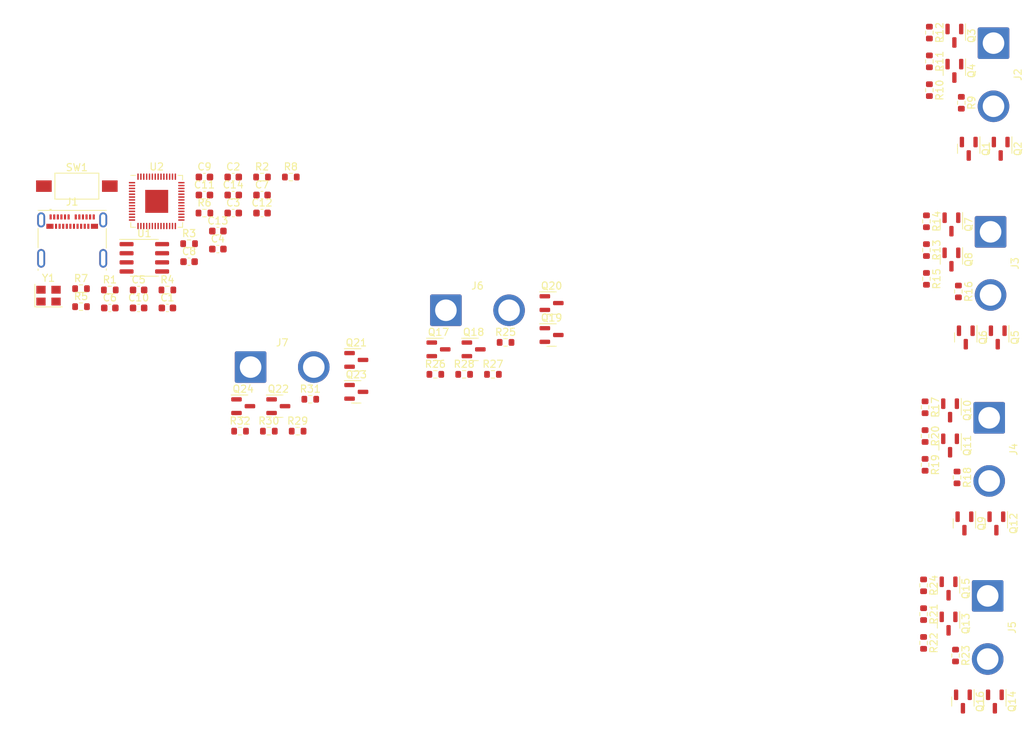
<source format=kicad_pcb>
(kicad_pcb (version 20211014) (generator pcbnew)
  (layers (0 "F.Cu" signal) (31 "B.Cu" signal) (34 "B.Paste" user) (35 "F.Paste" user) (36 "B.SilkS" user "B.Silkscreen") (37 "F.SilkS" user "F.Silkscreen") (38 "B.Mask" user) (39 "F.Mask" user) (44 "Edge.Cuts" user))
  (net 0 "")
  (net 1 "+3V3")
  (net 2 "GND")
  (net 3 "/RP2040/XIN")
  (net 4 "Net-(C4-Pad2)")
  (net 5 "+1V1")
  (net 6 "+5V")
  (net 7 "Net-(J1-PadA5)")
  (net 8 "/RP2040/USB_P")
  (net 9 "/RP2040/USB_N")
  (net 11 "Net-(J1-PadB5)")
  (net 13 "Net-(J2-Pad1)")
  (net 14 "Net-(J2-Pad2)")
  (net 15 "Net-(J3-Pad1)")
  (net 16 "Net-(J3-Pad2)")
  (net 17 "Net-(J4-Pad1)")
  (net 18 "Net-(J4-Pad2)")
  (net 19 "Net-(J5-Pad1)")
  (net 20 "Net-(J5-Pad2)")
  (net 21 "Net-(J6-Pad1)")
  (net 22 "Net-(J6-Pad2)")
  (net 23 "Net-(J7-Pad1)")
  (net 24 "Net-(J7-Pad2)")
  (net 25 "Net-(Q1-Pad1)")
  (net 26 "+12V")
  (net 27 "Net-(Q2-Pad1)")
  (net 28 "Net-(Q3-Pad1)")
  (net 29 "Net-(Q4-Pad1)")
  (net 30 "Net-(Q5-Pad1)")
  (net 31 "Net-(Q6-Pad1)")
  (net 32 "Net-(Q7-Pad1)")
  (net 33 "Net-(Q8-Pad1)")
  (net 34 "Net-(Q9-Pad1)")
  (net 35 "Net-(Q10-Pad1)")
  (net 36 "Net-(Q11-Pad1)")
  (net 37 "Net-(Q12-Pad1)")
  (net 38 "Net-(Q13-Pad1)")
  (net 39 "Net-(Q14-Pad1)")
  (net 40 "Net-(Q15-Pad1)")
  (net 41 "Net-(Q16-Pad1)")
  (net 42 "Net-(Q17-Pad1)")
  (net 43 "Net-(Q18-Pad1)")
  (net 44 "Net-(Q19-Pad1)")
  (net 45 "Net-(Q20-Pad1)")
  (net 46 "Net-(Q21-Pad1)")
  (net 47 "Net-(Q22-Pad1)")
  (net 48 "Net-(Q23-Pad1)")
  (net 49 "Net-(Q24-Pad1)")
  (net 50 "/RP2040/BOOTSEL")
  (net 51 "/RP2040/QSPI_CS_N")
  (net 52 "/RP2040/XOUT")
  (net 53 "Net-(R4-Pad1)")
  (net 54 "Net-(R5-Pad1)")
  (net 55 "Net-(R6-Pad2)")
  (net 56 "/Driver 0/GATE_H0")
  (net 57 "/Driver 0/GATE_L0")
  (net 58 "/Driver 0/GATE_H1")
  (net 59 "/Driver 0/GATE_L1")
  (net 60 "/Driver 1/GATE_H0")
  (net 61 "/Driver 1/GATE_L0")
  (net 62 "/Driver 1/GATE_H1")
  (net 63 "/Driver 2/GATE_H0")
  (net 64 "/Driver 2/GATE_L0")
  (net 65 "/Driver 2/GATE_H1")
  (net 66 "/Driver 3/GATE_H0")
  (net 67 "/Driver 3/GATE_L0")
  (net 68 "/Driver 3/GATE_H1")
  (net 69 "/Driver 3/GATE_L1")
  (net 70 "/Driver 4/GATE_H0")
  (net 71 "/Driver 4/GATE_L0")
  (net 72 "/Driver 4/GATE_H1")
  (net 73 "/Driver 4/GATE_L1")
  (net 74 "/Driver 5/GATE_H0")
  (net 75 "/Driver 5/GATE_L0")
  (net 76 "/Driver 5/GATE_H1")
  (net 77 "/Driver 5/GATE_L1")
  (net 78 "/RP2040/QSPI_IO1")
  (net 79 "/RP2040/QSPI_IO2")
  (net 80 "/RP2040/QSPI_IO0")
  (net 81 "/RP2040/QSPI_CLK")
  (net 82 "/RP2040/QSPI_IO3")
  (net 83 "I2C_SDA")
  (net 84 "I2C_SCL")
  (footprint "Resistor_SMD:R_0603_1608Metric" (layer "F.Cu") (at 111.23 98.75)
    (fp_text reference "R31" (at 0 -1.43) (layer "F.SilkS"))
    (fp_text value "10")
    (pad "1" smd roundrect (at -0.825 0) (size 0.8 0.95) (layers "F.Cu" "F.Paste" "F.Mask") (net 76 "/Driver 5/GATE_H1"))
    (pad "2" smd roundrect (at 0.825 0) (size 0.8 0.95) (layers "F.Cu" "F.Paste" "F.Mask") (net 48 "Net-(Q23-Pad1)"))
  )
  (footprint "Resistor_SMD:R_0603_1608Metric" (layer "F.Cu") (at 79.3 83.34)
    (fp_text reference "R7" (at 0 -1.43) (layer "F.SilkS"))
    (fp_text value "5.1K")
    (pad "1" smd roundrect (at -0.825 0) (size 0.8 0.95) (layers "F.Cu" "F.Paste" "F.Mask") (net 11 "Net-(J1-PadB5)"))
    (pad "2" smd roundrect (at 0.825 0) (size 0.8 0.95) (layers "F.Cu" "F.Paste" "F.Mask") (net 2 "GND"))
  )
  (footprint "Package_TO_SOT_SMD:SOT-23" (layer "F.Cu") (at 200.94 48.09 -90)
    (fp_text reference "Q3" (at 0 -2.4 90) (layer "F.SilkS"))
    (fp_text value "Q_NMOS_GDS")
    (pad "1" smd roundrect (at -0.9375 -0.95 270) (size 1.475 0.6) (layers "F.Cu" "F.Paste" "F.Mask") (net 28 "Net-(Q3-Pad1)"))
    (pad "2" smd roundrect (at -0.9375 0.95 270) (size 1.475 0.6) (layers "F.Cu" "F.Paste" "F.Mask") (net 26 "+12V"))
    (pad "3" smd roundrect (at 0.9375 0 270) (size 1.475 0.6) (layers "F.Cu" "F.Paste" "F.Mask") (net 14 "Net-(J2-Pad2)"))
  )
  (footprint "Package_TO_SOT_SMD:SOT-23" (layer "F.Cu") (at 200.94 52.98 -90)
    (fp_text reference "Q4" (at 0 -2.4 90) (layer "F.SilkS"))
    (fp_text value "Q_NMOS_GDS")
    (pad "1" smd roundrect (at -0.9375 -0.95 270) (size 1.475 0.6) (layers "F.Cu" "F.Paste" "F.Mask") (net 29 "Net-(Q4-Pad1)"))
    (pad "2" smd roundrect (at -0.9375 0.95 270) (size 1.475 0.6) (layers "F.Cu" "F.Paste" "F.Mask") (net 14 "Net-(J2-Pad2)"))
    (pad "3" smd roundrect (at 0.9375 0 270) (size 1.475 0.6) (layers "F.Cu" "F.Paste" "F.Mask") (net 2 "GND"))
  )
  (footprint "Capacitor_SMD:C_0603_1608Metric" (layer "F.Cu") (at 98.36 77.82)
    (fp_text reference "C4" (at 0 -1.43) (layer "F.SilkS"))
    (fp_text value "15pF")
    (pad "1" smd roundrect (at -0.775 0) (size 0.9 0.95) (layers "F.Cu" "F.Paste" "F.Mask") (net 2 "GND"))
    (pad "2" smd roundrect (at 0.775 0) (size 0.9 0.95) (layers "F.Cu" "F.Paste" "F.Mask") (net 4 "Net-(C4-Pad2)"))
  )
  (footprint "Oscillator:Oscillator_SMD_Abracon_ASE-4Pin_3.2x2.5mm" (layer "F.Cu") (at 74.77 84.31)
    (fp_text reference "Y1" (at 0 -2.45) (layer "F.SilkS"))
    (fp_text value "ABM8-272-T3")
    (pad "1" smd rect (at -1.05 0.825) (size 1.3 1.1) (layers "F.Cu" "F.Paste" "F.Mask") (net 3 "/RP2040/XIN"))
    (pad "2" smd rect (at 1.05 0.825) (size 1.3 1.1) (layers "F.Cu" "F.Paste" "F.Mask") (net 2 "GND"))
    (pad "3" smd rect (at 1.05 -0.825) (size 1.3 1.1) (layers "F.Cu" "F.Paste" "F.Mask") (net 4 "Net-(C4-Pad2)"))
    (pad "4" smd rect (at -1.05 -0.825) (size 1.3 1.1) (layers "F.Cu" "F.Paste" "F.Mask") (net 2 "GND"))
  )
  (footprint "Package_TO_SOT_SMD:SOT-23" (layer "F.Cu") (at 117.64 93.27)
    (fp_text reference "Q21" (at 0 -2.4) (layer "F.SilkS"))
    (fp_text value "Q_NMOS_GDS")
    (pad "1" smd roundrect (at -0.9375 -0.95) (size 1.475 0.6) (layers "F.Cu" "F.Paste" "F.Mask") (net 46 "Net-(Q21-Pad1)"))
    (pad "2" smd roundrect (at -0.9375 0.95) (size 1.475 0.6) (layers "F.Cu" "F.Paste" "F.Mask") (net 26 "+12V"))
    (pad "3" smd roundrect (at 0.9375 0) (size 1.475 0.6) (layers "F.Cu" "F.Paste" "F.Mask") (net 23 "Net-(J7-Pad1)"))
  )
  (footprint "Resistor_SMD:R_0603_1608Metric" (layer "F.Cu") (at 201.5 83.73 -90)
    (fp_text reference "R16" (at 0 -1.43 90) (layer "F.SilkS"))
    (fp_text value "10")
    (pad "1" smd roundrect (at -0.825 0 270) (size 0.8 0.95) (layers "F.Cu" "F.Paste" "F.Mask") (net 61 "/Driver 1/GATE_L0"))
    (pad "2" smd roundrect (at 0.825 0 270) (size 0.8 0.95) (layers "F.Cu" "F.Paste" "F.Mask") (net 33 "Net-(Q8-Pad1)"))
  )
  (footprint "Package_TO_SOT_SMD:SOT-23" (layer "F.Cu") (at 200.34 105.2 -90)
    (fp_text reference "Q11" (at 0 -2.4 90) (layer "F.SilkS"))
    (fp_text value "Q_NMOS_GDS")
    (pad "1" smd roundrect (at -0.9375 -0.95 270) (size 1.475 0.6) (layers "F.Cu" "F.Paste" "F.Mask") (net 36 "Net-(Q11-Pad1)"))
    (pad "2" smd roundrect (at -0.9375 0.95 270) (size 1.475 0.6) (layers "F.Cu" "F.Paste" "F.Mask") (net 26 "+12V"))
    (pad "3" smd roundrect (at 0.9375 0 270) (size 1.475 0.6) (layers "F.Cu" "F.Paste" "F.Mask") (net 18 "Net-(J4-Pad2)"))
  )
  (footprint "Resistor_SMD:R_0603_1608Metric" (layer "F.Cu") (at 197.05 81.97 -90)
    (fp_text reference "R15" (at 0 -1.43 90) (layer "F.SilkS"))
    (fp_text value "10")
    (pad "1" smd roundrect (at -0.825 0 270) (size 0.8 0.95) (layers "F.Cu" "F.Paste" "F.Mask") (net 62 "/Driver 1/GATE_H1"))
    (pad "2" smd roundrect (at 0.825 0 270) (size 0.8 0.95) (layers "F.Cu" "F.Paste" "F.Mask") (net 32 "Net-(Q7-Pad1)"))
  )
  (footprint "Capacitor_SMD:C_0603_1608Metric" (layer "F.Cu") (at 94.35 79.58)
    (fp_text reference "C8" (at 0 -1.43) (layer "F.SilkS"))
    (fp_text value "0.1uF")
    (pad "1" smd roundrect (at -0.775 0) (size 0.9 0.95) (layers "F.Cu" "F.Paste" "F.Mask") (net 1 "+3V3"))
    (pad "2" smd roundrect (at 0.775 0) (size 0.9 0.95) (layers "F.Cu" "F.Paste" "F.Mask") (net 2 "GND"))
  )
  (footprint "Resistor_SMD:R_0603_1608Metric" (layer "F.Cu") (at 109.47 103.2)
    (fp_text reference "R29" (at 0 -1.43) (layer "F.SilkS"))
    (fp_text value "10")
    (pad "1" smd roundrect (at -0.825 0) (size 0.8 0.95) (layers "F.Cu" "F.Paste" "F.Mask") (net 74 "/Driver 5/GATE_H0"))
    (pad "2" smd roundrect (at 0.825 0) (size 0.8 0.95) (layers "F.Cu" "F.Paste" "F.Mask") (net 46 "Net-(Q21-Pad1)"))
  )
  (footprint "Package_TO_SOT_SMD:SOT-23" (layer "F.Cu") (at 200.34 100.31 -90)
    (fp_text reference "Q10" (at 0 -2.4 90) (layer "F.SilkS"))
    (fp_text value "Q_NMOS_GDS")
    (pad "1" smd roundrect (at -0.9375 -0.95 270) (size 1.475 0.6) (layers "F.Cu" "F.Paste" "F.Mask") (net 35 "Net-(Q10-Pad1)"))
    (pad "2" smd roundrect (at -0.9375 0.95 270) (size 1.475 0.6) (layers "F.Cu" "F.Paste" "F.Mask") (net 17 "Net-(J4-Pad1)"))
    (pad "3" smd roundrect (at 0.9375 0 270) (size 1.475 0.6) (layers "F.Cu" "F.Paste" "F.Mask") (net 2 "GND"))
  )
  (footprint "Package_TO_SOT_SMD:SOT-23" (layer "F.Cu") (at 200.13 130.02 -90)
    (fp_text reference "Q13" (at 0 -2.4 90) (layer "F.SilkS"))
    (fp_text value "Q_NMOS_GDS")
    (pad "1" smd roundrect (at -0.9375 -0.95 270) (size 1.475 0.6) (layers "F.Cu" "F.Paste" "F.Mask") (net 38 "Net-(Q13-Pad1)"))
    (pad "2" smd roundrect (at -0.9375 0.95 270) (size 1.475 0.6) (layers "F.Cu" "F.Paste" "F.Mask") (net 26 "+12V"))
    (pad "3" smd roundrect (at 0.9375 0 270) (size 1.475 0.6) (layers "F.Cu" "F.Paste" "F.Mask") (net 19 "Net-(J5-Pad1)"))
  )
  (footprint "Resistor_SMD:R_0603_1608Metric" (layer "F.Cu") (at 201.91 57.43 -90)
    (fp_text reference "R9" (at 0 -1.43 90) (layer "F.SilkS"))
    (fp_text value "10")
    (pad "1" smd roundrect (at -0.825 0 270) (size 0.8 0.95) (layers "F.Cu" "F.Paste" "F.Mask") (net 56 "/Driver 0/GATE_H0"))
    (pad "2" smd roundrect (at 0.825 0 270) (size 0.8 0.95) (layers "F.Cu" "F.Paste" "F.Mask") (net 25 "Net-(Q1-Pad1)"))
  )
  (footprint "Resistor_SMD:R_0603_1608Metric" (layer "F.Cu") (at 197.05 77.96 -90)
    (fp_text reference "R13" (at 0 -1.43 90) (layer "F.SilkS"))
    (fp_text value "10")
    (pad "1" smd roundrect (at -0.825 0 270) (size 0.8 0.95) (layers "F.Cu" "F.Paste" "F.Mask") (net 60 "/Driver 1/GATE_H0"))
    (pad "2" smd roundrect (at 0.825 0 270) (size 0.8 0.95) (layers "F.Cu" "F.Paste" "F.Mask") (net 30 "Net-(Q5-Pad1)"))
  )
  (footprint "Package_DFN_QFN:QFN-56-1EP_7x7mm_P0.4mm_EP3.2x3.2mm" (layer "F.Cu") (at 89.84 71.17)
    (fp_text reference "U2" (at 0 -4.82) (layer "F.SilkS"))
    (fp_text value "RP2040")
    (pad "1" smd roundrect locked (at -3.4375 -2.6) (size 0.875 0.2) (layers "F.Cu" "F.Paste" "F.Mask") (net 1 "+3V3"))
    (pad "2" smd roundrect locked (at -3.4375 -2.2) (size 0.875 0.2) (layers "F.Cu" "F.Paste" "F.Mask") (net 83 "I2C_SDA"))
    (pad "3" smd roundrect locked (at -3.4375 -1.8) (size 0.875 0.2) (layers "F.Cu" "F.Paste" "F.Mask") (net 84 "I2C_SCL"))
    (pad "4" smd roundrect locked (at -3.4375 -1.4) (size 0.875 0.2) (layers "F.Cu" "F.Paste" "F.Mask"))
    (pad "5" smd roundrect locked (at -3.4375 -1) (size 0.875 0.2) (layers "F.Cu" "F.Paste" "F.Mask"))
    (pad "6" smd roundrect locked (at -3.4375 -0.6) (size 0.875 0.2) (layers "F.Cu" "F.Paste" "F.Mask"))
    (pad "7" smd roundrect locked (at -3.4375 -0.2) (size 0.875 0.2) (layers "F.Cu" "F.Paste" "F.Mask"))
    (pad "8" smd roundrect locked (at -3.4375 0.2) (size 0.875 0.2) (layers "F.Cu" "F.Paste" "F.Mask"))
    (pad "9" smd roundrect locked (at -3.4375 0.6) (size 0.875 0.2) (layers "F.Cu" "F.Paste" "F.Mask"))
    (pad "10" smd roundrect locked (at -3.4375 1) (size 0.875 0.2) (layers "F.Cu" "F.Paste" "F.Mask") (net 1 "+3V3"))
    (pad "11" smd roundrect locked (at -3.4375 1.4) (size 0.875 0.2) (layers "F.Cu" "F.Paste" "F.Mask"))
    (pad "12" smd roundrect locked (at -3.4375 1.8) (size 0.875 0.2) (layers "F.Cu" "F.Paste" "F.Mask"))
    (pad "13" smd roundrect locked (at -3.4375 2.2) (size 0.875 0.2) (layers "F.Cu" "F.Paste" "F.Mask"))
    (pad "14" smd roundrect locked (at -3.4375 2.6) (size 0.875 0.2) (layers "F.Cu" "F.Paste" "F.Mask"))
    (pad "15" smd roundrect locked (at -2.6 3.4375) (size 0.2 0.875) (layers "F.Cu" "F.Paste" "F.Mask"))
    (pad "16" smd roundrect locked (at -2.2 3.4375) (size 0.2 0.875) (layers "F.Cu" "F.Paste" "F.Mask"))
    (pad "17" smd roundrect locked (at -1.8 3.4375) (size 0.2 0.875) (layers "F.Cu" "F.Paste" "F.Mask"))
    (pad "18" smd roundrect locked (at -1.4 3.4375) (size 0.2 0.875) (layers "F.Cu" "F.Paste" "F.Mask"))
    (pad "19" smd roundrect locked (at -1 3.4375) (size 0.2 0.875) (layers "F.Cu" "F.Paste" "F.Mask") (net 2 "GND"))
    (pad "20" smd roundrect locked (at -0.6 3.4375) (size 0.2 0.875) (layers "F.Cu" "F.Paste" "F.Mask") (net 3 "/RP2040/XIN"))
    (pad "21" smd roundrect locked (at -0.2 3.4375) (size 0.2 0.875) (layers "F.Cu" "F.Paste" "F.Mask") (net 52 "/RP2040/XOUT"))
    (pad "22" smd roundrect locked (at 0.2 3.4375) (size 0.2 0.875) (layers "F.Cu" "F.Paste" "F.Mask") (net 1 "+3V3"))
    (pad "23" smd roundrect locked (at 0.6 3.4375) (size 0.2 0.875) (layers "F.Cu" "F.Paste" "F.Mask") (net 5 "+1V1"))
    (pad "24" smd roundrect locked (at 1 3.4375) (size 0.2 0.875) (layers "F.Cu" "F.Paste" "F.Mask"))
    (pad "25" smd roundrect locked (at 1.4 3.4375) (size 0.2 0.875) (layers "F.Cu" "F.Paste" "F.Mask"))
    (pad "26" smd roundrect locked (at 1.8 3.4375) (size 0.2 0.875) (layers "F.Cu" "F.Paste" "F.Mask") (net 53 "Net-(R4-Pad1)"))
    (pad "27" smd roundrect locked (at 2.2 3.4375) (size 0.2 0.875) (layers "F.Cu" "F.Paste" "F.Mask"))
    (pad "28" smd roundrect locked (at 2.6 3.4375) (size 0.2 0.875) (layers "F.Cu" "F.Paste" "F.Mask"))
    (pad "29" smd roundrect locked (at 3.4375 2.6) (size 0.875 0.2) (layers "F.Cu" "F.Paste" "F.Mask"))
    (pad "30" smd roundrect locked (at 3.4375 2.2) (size 0.875 0.2) (layers "F.Cu" "F.Paste" "F.Mask"))
    (pad "31" smd roundrect locked (at 3.4375 1.8) (size 0.875 0.2) (layers "F.Cu" "F.Paste" "F.Mask"))
    (pad "32" smd roundrect locked (at 3.4375 1.4) (size 0.875 0.2) (layers "F.Cu" "F.Paste" "F.Mask"))
    (pad "33" smd roundrect locked (at 3.4375 1) (size 0.875 0.2) (layers "F.Cu" "F.Paste" "F.Mask") (net 1 "+3V3"))
    (pad "34" smd roundrect locked (at 3.4375 0.6) (size 0.875 0.2) (layers "F.Cu" "F.Paste" "F.Mask"))
    (pad "35" smd roundrect locked (at 3.4375 0.2) (size 0.875 0.2) (layers "F.Cu" "F.Paste" "F.Mask"))
    (pad "36" smd roundrect locked (at 3.4375 -0.2) (size 0.875 0.2) (layers "F.Cu" "F.Paste" "F.Mask"))
    (pad "37" smd roundrect locked (at 3.4375 -0.6) (size 0.875 0.2) (layers "F.Cu" "F.Paste" "F.Mask"))
    (pad "38" smd roundrect locked (at 3.4375 -1) (size 0.875 0.2) (layers "F.Cu" "F.Paste" "F.Mask"))
    (pad "39" smd roundrect locked (at 3.4375 -1.4) (size 0.875 0.2) (layers "F.Cu" "F.Paste" "F.Mask"))
    (pad "40" smd roundrect locked (at 3.4375 -1.8) (size 0.875 0.2) (layers "F.Cu" "F.Paste" "F.Mask"))
    (pad "41" smd roundrect locked (at 3.4375 -2.2) (size 0.875 0.2) (layers "F.Cu" "F.Paste" "F.Mask"))
    (pad "42" smd roundrect locked (at 3.4375 -2.6) (size 0.875 0.2) (layers "F.Cu" "F.Paste" "F.Mask") (net 1 "+3V3"))
    (pad "43" smd roundrect locked (at 2.6 -3.4375) (size 0.2 0.875) (layers "F.Cu" "F.Paste" "F.Mask") (net 1 "+3V3"))
    (pad "44" smd roundrect locked (at 2.2 -3.4375) (size 0.2 0.875) (layers "F.Cu" "F.Paste" "F.Mask") (net 1 "+3V3"))
    (pad "45" smd roundrect locked (at 1.8 -3.4375) (size 0.2 0.875) (layers "F.Cu" "F.Paste" "F.Mask") (net 5 "+1V1"))
    (pad "46" smd roundrect locked (at 1.4 -3.4375) (size 0.2 0.875) (layers "F.Cu" "F.Paste" "F.Mask") (net 55 "Net-(R6-Pad2)"))
    (pad "47" smd roundrect locked (at 1 -3.4375) (size 0.2 0.875) (layers "F.Cu" "F.Paste" "F.Mask") (net 54 "Net-(R5-Pad1)"))
    (pad "48" smd roundrect locked (at 0.6 -3.4375) (size 0.2 0.875) (layers "F.Cu" "F.Paste" "F.Mask") (net 1 "+3V3"))
    (pad "49" smd roundrect locked (at 0.2 -3.4375) (size 0.2 0.875) (layers "F.Cu" "F.Paste" "F.Mask") (net 1 "+3V3"))
    (pad "50" smd roundrect locked (at -0.2 -3.4375) (size 0.2 0.875) (layers "F.Cu" "F.Paste" "F.Mask") (net 5 "+1V1"))
    (pad "51" smd roundrect locked (at -0.6 -3.4375) (size 0.2 0.875) (layers "F.Cu" "F.Paste" "F.Mask") (net 82 "/RP2040/QSPI_IO3"))
    (pad "52" smd roundrect locked (at -1 -3.4375) (size 0.2 0.875) (layers "F.Cu" "F.Paste" "F.Mask") (net 81 "/RP2040/QSPI_CLK"))
    (pad "53" smd roundrect locked (at -1.4 -3.4375) (size 0.2 0.875) (layers "F.Cu" "F.Paste" "F.Mask") (net 80 "/RP2040/QSPI_IO0"))
    (pad "54" smd roundrect locked (at -1.8 -3.4375) (size 0.2 0.875) (layers "F.Cu" "F.Paste" "F.Mask") (net 79 "/RP2040/QSPI_IO2"))
    (pad "55" smd roundrect locked (at -2.2 -3.4375) (size 0.2 0.875) (layers "F.Cu" "F.Paste" "F.Mask") (net 78 "/RP2040/QSPI_IO1"))
    (pad "56" smd roundrect locked (at -2.6 -3.4375) (size 0.2 0.875) (layers "F.Cu" "F.Paste" "F.Mask") (net 51 "/RP2040/QSPI_CS_N"))
    (pad "57" smd rect locked (at 0 0) (size 3.2 3.2) (layers "F.Cu" "F.Mask") (net 2 "GND"))
  )
  (footprint "Resistor_SMD:R_0603_1608Metric" (layer "F.Cu") (at 96.49 72.8)
    (fp_text reference "R6" (at 0 -1.43) (layer "F.SilkS"))
    (fp_text value "27")
    (pad "1" smd roundrect (at -0.825 0) (size 0.8 0.95) (layers "F.Cu" "F.Paste" "F.Mask") (net 9 "/RP2040/USB_N"))
    (pad "2" smd roundrect (at 0.825 0) (size 0.8 0.95) (layers "F.Cu" "F.Paste" "F.Mask") (net 55 "Net-(R6-Pad2)"))
  )
  (footprint "Connector_Wire:SolderWire-2.5sqmm_1x02_P8.8mm_D2.4mm_OD4.4mm" (layer "F.Cu") (at 205.58 126.16 -90)
    (fp_text reference "J5" (at 4.4 -3.4 90) (layer "F.SilkS"))
    (fp_text value "Screw_Terminal_01x02")
    (pad "1" thru_hole roundrect (at 0 0 270) (size 4.4 4.4) (drill 3) (layers *.Cu *.Mask) (roundrect_rratio 0.056818) (net 19 "Net-(J5-Pad1)"))
    (pad "2" thru_hole circle (at 8.8 0 270) (size 4.4 4.4) (drill 3) (layers *.Cu *.Mask) (net 20 "Net-(J5-Pad2)"))
  )
  (footprint "Resistor_SMD:R_0603_1608Metric" (layer "F.Cu") (at 197.46 55.67 -90)
    (fp_text reference "R10" (at 0 -1.43 90) (layer "F.SilkS"))
    (fp_text value "10")
    (pad "1" smd roundrect (at -0.825 0 270) (size 0.8 0.95) (layers "F.Cu" "F.Paste" "F.Mask") (net 57 "/Driver 0/GATE_L0"))
    (pad "2" smd roundrect (at 0.825 0 270) (size 0.8 0.95) (layers "F.Cu" "F.Paste" "F.Mask") (net 27 "Net-(Q2-Pad1)"))
  )
  (footprint "Capacitor_SMD:C_0603_1608Metric" (layer "F.Cu") (at 91.33 86.03)
    (fp_text reference "C1" (at 0 -1.43) (layer "F.SilkS"))
    (fp_text value "0.1uF")
    (pad "1" smd roundrect (at -0.775 0) (size 0.9 0.95) (layers "F.Cu" "F.Paste" "F.Mask") (net 1 "+3V3"))
    (pad "2" smd roundrect (at 0.775 0) (size 0.9 0.95) (layers "F.Cu" "F.Paste" "F.Mask") (net 2 "GND"))
  )
  (footprint "Resistor_SMD:R_0603_1608Metric" (layer "F.Cu") (at 108.52 67.78)
    (fp_text reference "R8" (at 0 -1.43) (layer "F.SilkS"))
    (fp_text value "5.1K")
    (pad "1" smd roundrect (at -0.825 0) (size 0.8 0.95) (layers "F.Cu" "F.Paste" "F.Mask") (net 7 "Net-(J1-PadA5)"))
    (pad "2" smd roundrect (at 0.825 0) (size 0.8 0.95) (layers "F.Cu" "F.Paste" "F.Mask") (net 2 "GND"))
  )
  (footprint "Capacitor_SMD:C_0603_1608Metric" (layer "F.Cu") (at 87.32 83.52)
    (fp_text reference "C5" (at 0 -1.43) (layer "F.SilkS"))
    (fp_text value "0.1uF")
    (pad "1" smd roundrect (at -0.775 0) (size 0.9 0.95) (layers "F.Cu" "F.Paste" "F.Mask") (net 1 "+3V3"))
    (pad "2" smd roundrect (at 0.775 0) (size 0.9 0.95) (layers "F.Cu" "F.Paste" "F.Mask") (net 2 "GND"))
  )
  (footprint "Resistor_SMD:R_0603_1608Metric" (layer "F.Cu") (at 196.86 107.89 -90)
    (fp_text reference "R19" (at 0 -1.43 90) (layer "F.SilkS"))
    (fp_text value "10")
    (pad "1" smd roundrect (at -0.825 0 270) (size 0.8 0.95) (layers "F.Cu" "F.Paste" "F.Mask") (net 65 "/Driver 2/GATE_H1"))
    (pad "2" smd roundrect (at 0.825 0 270) (size 0.8 0.95) (layers "F.Cu" "F.Paste" "F.Mask") (net 36 "Net-(Q11-Pad1)"))
  )
  (footprint "Resistor_SMD:R_0603_1608Metric" (layer "F.Cu") (at 101.45 103.2)
    (fp_text reference "R32" (at 0 -1.43) (layer "F.SilkS"))
    (fp_text value "10")
    (pad "1" smd roundrect (at -0.825 0) (size 0.8 0.95) (layers "F.Cu" "F.Paste" "F.Mask") (net 77 "/Driver 5/GATE_L1"))
    (pad "2" smd roundrect (at 0.825 0) (size 0.8 0.95) (layers "F.Cu" "F.Paste" "F.Mask") (net 49 "Net-(Q24-Pad1)"))
  )
  (footprint "Package_TO_SOT_SMD:SOT-23" (layer "F.Cu") (at 202.13 140.88 -90)
    (fp_text reference "Q16" (at 0 -2.4 90) (layer "F.SilkS"))
    (fp_text value "Q_NMOS_GDS")
    (pad "1" smd roundrect (at -0.9375 -0.95 270) (size 1.475 0.6) (layers "F.Cu" "F.Paste" "F.Mask") (net 41 "Net-(Q16-Pad1)"))
    (pad "2" smd roundrect (at -0.9375 0.95 270) (size 1.475 0.6) (layers "F.Cu" "F.Paste" "F.Mask") (net 20 "Net-(J5-Pad2)"))
    (pad "3" smd roundrect (at 0.9375 0 270) (size 1.475 0.6) (layers "F.Cu" "F.Paste" "F.Mask") (net 2 "GND"))
  )
  (footprint "Resistor_SMD:R_0603_1608Metric" (layer "F.Cu") (at 197.46 51.66 -90)
    (fp_text reference "R11" (at 0 -1.43 90) (layer "F.SilkS"))
    (fp_text value "10")
    (pad "1" smd roundrect (at -0.825 0 270) (size 0.8 0.95) (layers "F.Cu" "F.Paste" "F.Mask") (net 58 "/Driver 0/GATE_H1"))
    (pad "2" smd roundrect (at 0.825 0 270) (size 0.8 0.95) (layers "F.Cu" "F.Paste" "F.Mask") (net 28 "Net-(Q3-Pad1)"))
  )
  (footprint "Package_TO_SOT_SMD:SOT-23" (layer "F.Cu") (at 144.84 85.35)
    (fp_text reference "Q20" (at 0 -2.4) (layer "F.SilkS"))
    (fp_text value "Q_NMOS_GDS")
    (pad "1" smd roundrect (at -0.9375 -0.95) (size 1.475 0.6) (layers "F.Cu" "F.Paste" "F.Mask") (net 45 "Net-(Q20-Pad1)"))
    (pad "2" smd roundrect (at -0.9375 0.95) (size 1.475 0.6) (layers "F.Cu" "F.Paste" "F.Mask") (net 22 "Net-(J6-Pad2)"))
    (pad "3" smd roundrect (at 0.9375 0) (size 1.475 0.6) (layers "F.Cu" "F.Paste" "F.Mask") (net 2 "GND"))
  )
  (footprint "Resistor_SMD:R_0603_1608Metric" (layer "F.Cu") (at 94.35 77.07)
    (fp_text reference "R3" (at 0 -1.43) (layer "F.SilkS"))
    (fp_text value "1K")
    (pad "1" smd roundrect (at -0.825 0) (size 0.8 0.95) (layers "F.Cu" "F.Paste" "F.Mask") (net 4 "Net-(C4-Pad2)"))
    (pad "2" smd roundrect (at 0.825 0) (size 0.8 0.95) (layers "F.Cu" "F.Paste" "F.Mask") (net 52 "/RP2040/XOUT"))
  )
  (footprint "Resistor_SMD:R_0603_1608Metric" (layer "F.Cu") (at 91.33 83.52)
    (fp_text reference "R4" (at 0 -1.43) (layer "F.SilkS"))
    (fp_text value "10K")
    (pad "1" smd roundrect (at -0.825 0) (size 0.8 0.95) (layers "F.Cu" "F.Paste" "F.Mask") (net 53 "Net-(R4-Pad1)"))
    (pad "2" smd roundrect (at 0.825 0) (size 0.8 0.95) (layers "F.Cu" "F.Paste" "F.Mask") (net 1 "+3V3"))
  )
  (footprint "Resistor_SMD:R_0603_1608Metric" (layer "F.Cu") (at 83.31 83.52)
    (fp_text reference "R1" (at 0 -1.43) (layer "F.SilkS"))
    (fp_text value "1K")
    (pad "1" smd roundrect (at -0.825 0) (size 0.8 0.95) (layers "F.Cu" "F.Paste" "F.Mask") (net 50 "/RP2040/BOOTSEL"))
    (pad "2" smd roundrect (at 0.825 0) (size 0.8 0.95) (layers "F.Cu" "F.Paste" "F.Mask") (net 51 "/RP2040/QSPI_CS_N"))
  )
  (footprint "Connector_Wire:SolderWire-2.5sqmm_1x02_P8.8mm_D2.4mm_OD4.4mm" (layer "F.Cu") (at 205.79 101.34 -90)
    (fp_text reference "J4" (at 4.4 -3.4 90) (layer "F.SilkS"))
    (fp_text value "Screw_Terminal_01x02")
    (pad "1" thru_hole roundrect (at 0 0 270) (size 4.4 4.4) (drill 3) (layers *.Cu *.Mask) (roundrect_rratio 0.056818) (net 17 "Net-(J4-Pad1)"))
    (pad "2" thru_hole circle (at 8.8 0 270) (size 4.4 4.4) (drill 3) (layers *.Cu *.Mask) (net 18 "Net-(J4-Pad2)"))
  )
  (footprint "Package_TO_SOT_SMD:SOT-23" (layer "F.Cu") (at 202.53 90.14 -90)
    (fp_text reference "Q6" (at 0 -2.4 90) (layer "F.SilkS"))
    (fp_text value "Q_NMOS_GDS")
    (pad "1" smd roundrect (at -0.9375 -0.95 270) (size 1.475 0.6) (layers "F.Cu" "F.Paste" "F.Mask") (net 31 "Net-(Q6-Pad1)"))
    (pad "2" smd roundrect (at -0.9375 0.95 270) (size 1.475 0.6) (layers "F.Cu" "F.Paste" "F.Mask") (net 15 "Net-(J3-Pad1)"))
    (pad "3" smd roundrect (at 0.9375 0 270) (size 1.475 0.6) (layers "F.Cu" "F.Paste" "F.Mask") (net 2 "GND"))
  )
  (footprint "Resistor_SMD:R_0603_1608Metric" (layer "F.Cu") (at 197.05 73.95 -90)
    (fp_text reference "R14" (at 0 -1.43 90) (layer "F.SilkS"))
    (fp_text value "10")
    (pad "1" smd roundrect (at -0.825 0 270) (size 0.8 0.95) (layers "F.Cu" "F.Paste" "F.Mask") (net 61 "/Driver 1/GATE_L0"))
    (pad "2" smd roundrect (at 0.825 0 270) (size 0.8 0.95) (layers "F.Cu" "F.Paste" "F.Mask") (net 31 "Net-(Q6-Pad1)"))
  )
  (footprint "Resistor_SMD:R_0603_1608Metric" (layer "F.Cu") (at 197.46 47.65 -90)
    (fp_text reference "R12" (at 0 -1.43 90) (layer "F.SilkS"))
    (fp_text value "10")
    (pad "1" smd roundrect (at -0.825 0 270) (size 0.8 0.95) (layers "F.Cu" "F.Paste" "F.Mask") (net 59 "/Driver 0/GATE_L1"))
    (pad "2" smd roundrect (at 0.825 0 270) (size 0.8 0.95) (layers "F.Cu" "F.Paste" "F.Mask") (net 29 "Net-(Q4-Pad1)"))
  )
  (footprint "Capacitor_SMD:C_0603_1608Metric" (layer "F.Cu") (at 100.5 67.78)
    (fp_text reference "C2" (at 0 -1.43) (layer "F.SilkS"))
    (fp_text value "0.1uF")
    (pad "1" smd roundrect (at -0.775 0) (size 0.9 0.95) (layers "F.Cu" "F.Paste" "F.Mask") (net 1 "+3V3"))
    (pad "2" smd roundrect (at 0.775 0) (size 0.9 0.95) (layers "F.Cu" "F.Paste" "F.Mask") (net 2 "GND"))
  )
  (footprint "Capacitor_SMD:C_0603_1608Metric" (layer "F.Cu") (at 96.49 70.29)
    (fp_text reference "C11" (at 0 -1.43) (layer "F.SilkS"))
    (fp_text value "0.1uF")
    (pad "1" smd roundrect (at -0.775 0) (size 0.9 0.95) (layers "F.Cu" "F.Paste" "F.Mask") (net 1 "+3V3"))
    (pad "2" smd roundrect (at 0.775 0) (size 0.9 0.95) (layers "F.Cu" "F.Paste" "F.Mask") (net 2 "GND"))
  )
  (footprint "Package_TO_SOT_SMD:SOT-23" (layer "F.Cu") (at 206.58 140.88 -90)
    (fp_text reference "Q14" (at 0 -2.4 90) (layer "F.SilkS"))
    (fp_text value "Q_NMOS_GDS")
    (pad "1" smd roundrect (at -0.9375 -0.95 270) (size 1.475 0.6) (layers "F.Cu" "F.Paste" "F.Mask") (net 39 "Net-(Q14-Pad1)"))
    (pad "2" smd roundrect (at -0.9375 0.95 270) (size 1.475 0.6) (layers "F.Cu" "F.Paste" "F.Mask") (net 19 "Net-(J5-Pad1)"))
    (pad "3" smd roundrect (at 0.9375 0 270) (size 1.475 0.6) (layers "F.Cu" "F.Paste" "F.Mask") (net 2 "GND"))
  )
  (footprint "Resistor_SMD:R_0603_1608Metric" (layer "F.Cu") (at 196.86 99.87 -90)
    (fp_text reference "R17" (at 0 -1.43 90) (layer "F.SilkS"))
    (fp_text value "10")
    (pad "1" smd roundrect (at -0.825 0 270) (size 0.8 0.95) (layers "F.Cu" "F.Paste" "F.Mask") (net 63 "/Driver 2/GATE_H0"))
    (pad "2" smd roundrect (at 0.825 0 270) (size 0.8 0.95) (layers "F.Cu" "F.Paste" "F.Mask") (net 34 "Net-(Q9-Pad1)"))
  )
  (footprint "Capacitor_SMD:C_0603_1608Metric" (layer "F.Cu") (at 98.36 75.31)
    (fp_text reference "C13" (at 0 -1.43) (layer "F.SilkS"))
    (fp_text value "1uF")
    (pad "1" smd roundrect (at -0.775 0) (size 0.9 0.95) (layers "F.Cu" "F.Paste" "F.Mask") (net 1 "+3V3"))
    (pad "2" smd roundrect (at 0.775 0) (size 0.9 0.95) (layers "F.Cu" "F.Paste" "F.Mask") (net 2 "GND"))
  )
  (footprint "Package_TO_SOT_SMD:SOT-23" (layer "F.Cu") (at 117.64 97.72)
    (fp_text reference "Q23" (at 0 -2.4) (layer "F.SilkS"))
    (fp_text value "Q_NMOS_GDS")
    (pad "1" smd roundrect (at -0.9375 -0.95) (size 1.475 0.6) (layers "F.Cu" "F.Paste" "F.Mask") (net 48 "Net-(Q23-Pad1)"))
    (pad "2" smd roundrect (at -0.9375 0.95) (size 1.475 0.6) (layers "F.Cu" "F.Paste" "F.Mask") (net 26 "+12V"))
    (pad "3" smd roundrect (at 0.9375 0) (size 1.475 0.6) (layers "F.Cu" "F.Paste" "F.Mask") (net 24 "Net-(J7-Pad2)"))
  )
  (footprint "Resistor_SMD:R_0603_1608Metric" (layer "F.Cu") (at 138.43 90.83)
    (fp_text reference "R25" (at 0 -1.43) (layer "F.SilkS"))
    (fp_text value "10")
    (pad "1" smd roundrect (at -0.825 0) (size 0.8 0.95) (layers "F.Cu" "F.Paste" "F.Mask") (net 70 "/Driver 4/GATE_H0"))
    (pad "2" smd roundrect (at 0.825 0) (size 0.8 0.95) (layers "F.Cu" "F.Paste" "F.Mask") (net 42 "Net-(Q17-Pad1)"))
  )
  (footprint "Resistor_SMD:R_0603_1608Metric" (layer "F.Cu") (at 196.65 128.7 -90)
    (fp_text reference "R21" (at 0 -1.43 90) (layer "F.SilkS"))
    (fp_text value "10")
    (pad "1" smd roundrect (at -0.825 0 270) (size 0.8 0.95) (layers "F.Cu" "F.Paste" "F.Mask") (net 66 "/Driver 3/GATE_H0"))
    (pad "2" smd roundrect (at 0.825 0 270) (size 0.8 0.95) (layers "F.Cu" "F.Paste" "F.Mask") (net 38 "Net-(Q13-Pad1)"))
  )
  (footprint "Connector_Wire:SolderWire-2.5sqmm_1x02_P8.8mm_D2.4mm_OD4.4mm" (layer "F.Cu") (at 205.98 75.42 -90)
    (fp_text reference "J3" (at 4.4 -3.4 90) (layer "F.SilkS"))
    (fp_text value "Screw_Terminal_01x02")
    (pad "1" thru_hole roundrect (at 0 0 270) (size 4.4 4.4) (drill 3) (layers *.Cu *.Mask) (roundrect_rratio 0.056818) (net 15 "Net-(J3-Pad1)"))
    (pad "2" thru_hole circle (at 8.8 0 270) (size 4.4 4.4) (drill 3) (layers *.Cu *.Mask) (net 16 "Net-(J3-Pad2)"))
  )
  (footprint "Resistor_SMD:R_0603_1608Metric" (layer "F.Cu") (at 196.65 124.69 -90)
    (fp_text reference "R24" (at 0 -1.43 90) (layer "F.SilkS"))
    (fp_text value "10")
    (pad "1" smd roundrect (at -0.825 0 270) (size 0.8 0.95) (layers "F.Cu" "F.Paste" "F.Mask") (net 69 "/Driver 3/GATE_L1"))
    (pad "2" smd roundrect (at 0.825 0 270) (size 0.8 0.95) (layers "F.Cu" "F.Paste" "F.Mask") (net 41 "Net-(Q16-Pad1)"))
  )
  (footprint "Resistor_SMD:R_0603_1608Metric" (layer "F.Cu") (at 132.66 95.28)
    (fp_text reference "R28" (at 0 -1.43) (layer "F.SilkS"))
    (fp_text value "10")
    (pad "1" smd roundrect (at -0.825 0) (size 0.8 0.95) (layers "F.Cu" "F.Paste" "F.Mask") (net 73 "/Driver 4/GATE_L1"))
    (pad "2" smd roundrect (at 0.825 0) (size 0.8 0.95) (layers "F.Cu" "F.Paste" "F.Mask") (net 45 "Net-(Q20-Pad1)"))
  )
  (footprint "Capacitor_SMD:C_0603_1608Metric" (layer "F.Cu") (at 96.49 67.78)
    (fp_text reference "C9" (at 0 -1.43) (layer "F.SilkS"))
    (fp_text value "0.1uF")
    (pad "1" smd roundrect (at -0.775 0) (size 0.9 0.95) (layers "F.Cu" "F.Paste" "F.Mask") (net 1 "+3V3"))
    (pad "2" smd roundrect (at 0.775 0) (size 0.9 0.95) (layers "F.Cu" "F.Paste" "F.Mask") (net 2 "GND"))
  )
  (footprint "Package_TO_SOT_SMD:SOT-23" (layer "F.Cu") (at 129.09 91.8)
    (fp_text reference "Q17" (at 0 -2.4) (layer "F.SilkS"))
    (fp_text value "Q_NMOS_GDS")
    (pad "1" smd roundrect (at -0.9375 -0.95) (size 1.475 0.6) (layers "F.Cu" "F.Paste" "F.Mask") (net 42 "Net-(Q17-Pad1)"))
    (pad "2" smd roundrect (at -0.9375 0.95) (size 1.475 0.6) (layers "F.Cu" "F.Paste" "F.Mask") (net 26 "+12V"))
    (pad "3" smd roundrect (at 0.9375 0) (size 1.475 0.6) (layers "F.Cu" "F.Paste" "F.Mask") (net 21 "Net-(J6-Pad1)"))
  )
  (footprint "Resistor_SMD:R_0603_1608Metric" (layer "F.Cu") (at 201.31 109.65 -90)
    (fp_text reference "R18" (at 0 -1.43 90) (layer "F.SilkS"))
    (fp_text value "10")
    (pad "1" smd roundrect (at -0.825 0 270) (size 0.8 0.95) (layers "F.Cu" "F.Paste" "F.Mask") (net 64 "/Driver 2/GATE_L0"))
    (pad "2" smd roundrect (at 0.825 0 270) (size 0.8 0.95) (layers "F.Cu" "F.Paste" "F.Mask") (net 35 "Net-(Q10-Pad1)"))
  )
  (footprint "Package_SO:SOIC-8_3.9x4.9mm_P1.27mm" (layer "F.Cu") (at 88.12 79.04)
    (fp_text reference "U1" (at 0 -3.4) (layer "F.SilkS"))
    (fp_text value "W25Q16JV")
    (pad "1" smd roundrect (at -2.475 -1.905) (size 1.95 0.6) (layers "F.Cu" "F.Paste" "F.Mask") (net 51 "/RP2040/QSPI_CS_N"))
    (pad "2" smd roundrect (at -2.475 -0.635) (size 1.95 0.6) (layers "F.Cu" "F.Paste" "F.Mask") (net 78 "/RP2040/QSPI_IO1"))
    (pad "3" smd roundrect (at -2.475 0.635) (size 1.95 0.6) (layers "F.Cu" "F.Paste" "F.Mask") (net 79 "/RP2040/QSPI_IO2"))
    (pad "4" smd roundrect (at -2.475 1.905) (size 1.95 0.6) (layers "F.Cu" "F.Paste" "F.Mask") (net 2 "GND"))
    (pad "5" smd roundrect (at 2.475 1.905) (size 1.95 0.6) (layers "F.Cu" "F.Paste" "F.Mask") (net 80 "/RP2040/QSPI_IO0"))
    (pad "6" smd roundrect (at 2.475 0.635) (size 1.95 0.6) (layers "F.Cu" "F.Paste" "F.Mask") (net 81 "/RP2040/QSPI_CLK"))
    (pad "7" smd roundrect (at 2.475 -0.635) (size 1.95 0.6) (layers "F.Cu" "F.Paste" "F.Mask") (net 82 "/RP2040/QSPI_IO3"))
    (pad "8" smd roundrect (at 2.475 -1.905) (size 1.95 0.6) (layers "F.Cu" "F.Paste" "F.Mask") (net 1 "+3V3"))
  )
  (footprint "Resistor_SMD:R_0603_1608Metric" (layer "F.Cu") (at 136.67 95.28)
    (fp_text reference "R27" (at 0 -1.43) (layer "F.SilkS"))
    (fp_text value "10")
    (pad "1" smd roundrect (at -0.825 0) (size 0.8 0.95) (layers "F.Cu" "F.Paste" "F.Mask") (net 72 "/Driver 4/GATE_H1"))
    (pad "2" smd roundrect (at 0.825 0) (size 0.8 0.95) (layers "F.Cu" "F.Paste" "F.Mask") (net 44 "Net-(Q19-Pad1)"))
  )
  (footprint "Package_TO_SOT_SMD:SOT-23" (layer "F.Cu") (at 206.79 116.06 -90)
    (fp_text reference "Q12" (at 0 -2.4 90) (layer "F.SilkS"))
    (fp_text value "Q_NMOS_GDS")
    (pad "1" smd roundrect (at -0.9375 -0.95 270) (size 1.475 0.6) (layers "F.Cu" "F.Paste" "F.Mask") (net 37 "Net-(Q12-Pad1)"))
    (pad "2" smd roundrect (at -0.9375 0.95 270) (size 1.475 0.6) (layers "F.Cu" "F.Paste" "F.Mask") (net 18 "Net-(J4-Pad2)"))
    (pad "3" smd roundrect (at 0.9375 0 270) (size 1.475 0.6) (layers "F.Cu" "F.Paste" "F.Mask") (net 2 "GND"))
  )
  (footprint "Package_TO_SOT_SMD:SOT-23" (layer "F.Cu") (at 200.13 125.13 -90)
    (fp_text reference "Q15" (at 0 -2.4 90) (layer "F.SilkS"))
    (fp_text value "Q_NMOS_GDS")
    (pad "1" smd roundrect (at -0.9375 -0.95 270) (size 1.475 0.6) (layers "F.Cu" "F.Paste" "F.Mask") (net 40 "Net-(Q15-Pad1)"))
    (pad "2" smd roundrect (at -0.9375 0.95 270) (size 1.475 0.6) (layers "F.Cu" "F.Paste" "F.Mask") (net 26 "+12V"))
    (pad "3" smd roundrect (at 0.9375 0 270) (size 1.475 0.6) (layers "F.Cu" "F.Paste" "F.Mask") (net 20 "Net-(J5-Pad2)"))
  )
  (footprint "Resistor_SMD:R_0603_1608Metric" (layer "F.Cu") (at 128.65 95.28)
    (fp_text reference "R26" (at 0 -1.43) (layer "F.SilkS"))
    (fp_text value "10")
    (pad "1" smd roundrect (at -0.825 0) (size 0.8 0.95) (layers "F.Cu" "F.Paste" "F.Mask") (net 71 "/Driver 4/GATE_L0"))
    (pad "2" smd roundrect (at 0.825 0) (size 0.8 0.95) (layers "F.Cu" "F.Paste" "F.Mask") (net 43 "Net-(Q18-Pad1)"))
  )
  (footprint "Connector_Wire:SolderWire-2.5sqmm_1x02_P8.8mm_D2.4mm_OD4.4mm" (layer "F.Cu") (at 206.39 49.12 -90)
    (fp_text reference "J2" (at 4.4 -3.4 90) (layer "F.SilkS"))
    (fp_text value "Screw_Terminal_01x02")
    (pad "1" thru_hole roundrect (at 0 0 270) (size 4.4 4.4) (drill 3) (layers *.Cu *.Mask) (roundrect_rratio 0.056818) (net 13 "Net-(J2-Pad1)"))
    (pad "2" thru_hole circle (at 8.8 0 270) (size 4.4 4.4) (drill 3) (layers *.Cu *.Mask) (net 14 "Net-(J2-Pad2)"))
  )
  (footprint "Connector_USB:USB_C_Receptacle_Molex_105450-0101" (layer "F.Cu") (at 78.07 76.56)
    (fp_text reference "J1" (at 0 -5.315 unlocked) (layer "F.SilkS"))
    (fp_text value "USB_C_Receptacle_USB2.0")
    (pad "A1" smd rect (at -3 -3.215) (size 0.3 0.7) (layers "F.Cu" "F.Paste" "F.Mask") (net 2 "GND"))
    (pad "A2" smd rect (at -2.5 -3.215) (size 0.3 0.7) (layers "F.Cu" "F.Paste" "F.Mask"))
    (pad "A3" smd rect (at -2 -3.215) (size 0.3 0.7) (layers "F.Cu" "F.Paste" "F.Mask"))
    (pad "A4" smd rect (at -1.5 -3.215) (size 0.3 0.7) (layers "F.Cu" "F.Paste" "F.Mask") (net 6 "+5V"))
    (pad "A5" smd rect (at -1 -3.215) (size 0.3 0.7) (layers "F.Cu" "F.Paste" "F.Mask") (net 7 "Net-(J1-PadA5)"))
    (pad "A6" smd rect (at -0.5 -3.215) (size 0.3 0.7) (layers "F.Cu" "F.Paste" "F.Mask") (net 8 "/RP2040/USB_P"))
    (pad "A7" smd rect (at 0.5 -3.215) (size 0.3 0.7) (layers "F.Cu" "F.Paste" "F.Mask") (net 9 "/RP2040/USB_N"))
    (pad "A8" smd rect (at 1 -3.215) (size 0.3 0.7) (layers "F.Cu" "F.Paste" "F.Mask"))
    (pad "A9" smd rect (at 1.5 -3.215) (size 0.3 0.7) (layers "F.Cu" "F.Paste" "F.Mask") (net 6 "+5V"))
    (pad "A10" smd rect (at 2 -3.215) (size 0.3 0.7) (layers "F.Cu" "F.Paste" "F.Mask"))
    (pad "A11" smd rect (at 2.5 -3.215) (size 0.3 0.7) (layers "F.Cu" "F.Paste" "F.Mask"))
    (pad "A12" smd rect (at 3 -3.215) (size 0.3 0.7) (layers "F.Cu" "F.Paste" "F.Mask") (net 2 "GND"))
    (pad "B1" smd rect (at 3.1 -1.915) (size 1 0.7) (layers "F.Cu" "F.Paste" "F.Mask") (net 2 "GND"))
    (pad "B2" smd rect (at 2.25 -1.915) (size 0.3 0.7) (layers "F.Cu" "F.Paste" "F.Mask"))
    (pad "B3" smd rect (at 1.75 -1.915) (size 0.3 0.7) (layers "F.Cu" "F.Paste" "F.Mask"))
    (pad "B4" smd rect (at 1.25 -1.915) (size 0.3 0.7) (layers "F.Cu" "F.Paste" "F.Mask") (net 6 "+5V"))
    (pad "B5" smd rect (at 0.75 -1.915) (size 0.3 0.7) (layers "F.Cu" "F.Paste" "F.Mask") (net 11 "Net-(J1-PadB5)"))
    (pad "B6" smd rect (at 0.25 -1.915) (size 0.3 0.7) (layers "F.Cu" "F.Paste" "F.Mask") (net 8 "/RP2040/USB_P"))
    (pad "B7" smd rect (at -0.25 -1.915) (size 0.3 0.7) (layers "F.Cu" "F.Paste" "F.Mask") (net 9 "/RP2040/USB_N"))
    (pad "B8" smd rect (at -0.75 -1.915) (size 0.3 0.7) (layers "F.Cu" "F.Paste" "F.Mask"))
    (pad "B9" smd rect (at -1.25 -1.915) (size 0.3 0.7) (layers "F.Cu" "F.Paste" "F.Mask") (net 6 "+5V"))
    (pad "B10" smd rect (at -1.75 -1.915) (size 0.3 0.7) (layers "F.Cu" "F.Paste" "F.Mask"))
    (pad "B11" smd rect (at -2.25 -1.915) (size 0.3 0.7) (layers "F.Cu" "F.Paste" "F.Mask"))
    (pad "B12" smd rect (at -3.1 -1.915) (size 1 0.7) (layers "F.Cu" "F.Paste" "F.Mask") (net 2 "GND"))
    (pad "S1" thru_hole oval (at 4.32 -2.805) (size 1.1 2.1) (drill oval 0.6 1.6) (layers *.Cu *.Mask) (net 2 "GND"))
    (pad "S1" thru_hole oval (at -4.32 -2.805) (size 1.1 2.1) (drill oval 0.6 1.6) (layers *.Cu *.Mask) (net 2 "GND"))
    (pad "S1" thru_hole oval (at 4.32 2.555) (size 1.1 2.6) (drill oval 0.6 2.1) (layers *.Cu *.Mask) (net 2 "GND"))
    (pad "S1" thru_hole oval (at -4.32 2.555) (size 1.1 2.6) (drill oval 0.6 2.1) (layers *.Cu *.Mask) (net 2 "GND"))
  )
  (footprint "Package_TO_SOT_SMD:SOT-23" (layer "F.Cu") (at 101.89 99.72)
    (fp_text reference "Q24" (at 0 -2.4) (layer "F.SilkS"))
    (fp_text value "Q_NMOS_GDS")
    (pad "1" smd roundrect (at -0.9375 -0.95) (size 1.475 0.6) (layers "F.Cu" "F.Paste" "F.Mask") (net 49 "Net-(Q24-Pad1)"))
    (pad "2" smd roundrect (at -0.9375 0.95) (size 1.475 0.6) (layers "F.Cu" "F.Paste" "F.Mask") (net 24 "Net-(J7-Pad2)"))
    (pad "3" smd roundrect (at 0.9375 0) (size 1.475 0.6) (layers "F.Cu" "F.Paste" "F.Mask") (net 2 "GND"))
  )
  (footprint "Capacitor_SMD:C_0603_1608Metric" (layer "F.Cu") (at 83.31 86.03)
    (fp_text reference "C6" (at 0 -1.43) (layer "F.SilkS"))
    (fp_text value "0.1uF")
    (pad "1" smd roundrect (at -0.775 0) (size 0.9 0.95) (layers "F.Cu" "F.Paste" "F.Mask") (net 1 "+3V3"))
    (pad "2" smd roundrect (at 0.775 0) (size 0.9 0.95) (layers "F.Cu" "F.Paste" "F.Mask") (net 2 "GND"))
  )
  (footprint "Resistor_SMD:R_0603_1608Metric" (layer "F.Cu") (at 196.65 132.71 -90)
    (fp_text reference "R22" (at 0 -1.43 90) (layer "F.SilkS"))
    (fp_text value "10")
    (pad "1" smd roundrect (at -0.825 0 270) (size 0.8 0.95) (layers "F.Cu" "F.Paste" "F.Mask") (net 67 "/Driver 3/GATE_L0"))
    (pad "2" smd roundrect (at 0.825 0 270) (size 0.8 0.95) (layers "F.Cu" "F.Paste" "F.Mask") (net 39 "Net-(Q14-Pad1)"))
  )
  (footprint "Button_Switch_SMD:SW_SPST_FSMSM" (layer "F.Cu") (at 78.72 69.05)
    (fp_text reference "SW1" (at 0 -2.6) (layer "F.SilkS"))
    (fp_text value "SW_Push")
    (pad "1" smd rect (at -4.59 0) (size 2.18 1.6) (layers "F.Cu" "F.Paste" "F.Mask") (net 50 "/RP2040/BOOTSEL"))
    (pad "2" smd rect (at 4.59 0) (size 2.18 1.6) (layers "F.Cu" "F.Paste" "F.Mask") (net 2 "GND"))
  )
  (footprint "Connector_Wire:SolderWire-2.5sqmm_1x02_P8.8mm_D2.4mm_OD4.4mm" (layer "F.Cu") (at 102.92 94.27)
    (fp_text reference "J7" (at 4.4 -3.4) (layer "F.SilkS"))
    (fp_text value "Screw_Terminal_01x02")
    (pad "1" thru_hole roundrect (at 0 0) (size 4.4 4.4) (drill 3) (layers *.Cu *.Mask) (roundrect_rratio 0.056818) (net 23 "Net-(J7-Pad1)"))
    (pad "2" thru_hole circle (at 8.8 0) (size 4.4 4.4) (drill 3) (layers *.Cu *.Mask) (net 24 "Net-(J7-Pad2)"))
  )
  (footprint "Package_TO_SOT_SMD:SOT-23" (layer "F.Cu") (at 207.39 63.84 -90)
    (fp_text reference "Q2" (at 0 -2.4 90) (layer "F.SilkS"))
    (fp_text value "Q_NMOS_GDS")
    (pad "1" smd roundrect (at -0.9375 -0.95 270) (size 1.475 0.6) (layers "F.Cu" "F.Paste" "F.Mask") (net 27 "Net-(Q2-Pad1)"))
    (pad "2" smd roundrect (at -0.9375 0.95 270) (size 1.475 0.6) (layers "F.Cu" "F.Paste" "F.Mask") (net 13 "Net-(J2-Pad1)"))
    (pad "3" smd roundrect (at 0.9375 0 270) (size 1.475 0.6) (layers "F.Cu" "F.Paste" "F.Mask") (net 2 "GND"))
  )
  (footprint "Package_TO_SOT_SMD:SOT-23" (layer "F.Cu") (at 202.34 116.06 -90)
    (fp_text reference "Q9" (at 0 -2.4 90) (layer "F.SilkS"))
    (fp_text value "Q_NMOS_GDS")
    (pad "1" smd roundrect (at -0.9375 -0.95 270) (size 1.475 0.6) (layers "F.Cu" "F.Paste" "F.Mask") (net 34 "Net-(Q9-Pad1)"))
    (pad "2" smd roundrect (at -0.9375 0.95 270) (size 1.475 0.6) (layers "F.Cu" "F.Paste" "F.Mask") (net 26 "+12V"))
    (pad "3" smd roundrect (at 0.9375 0 270) (size 1.475 0.6) (layers "F.Cu" "F.Paste" "F.Mask") (net 17 "Net-(J4-Pad1)"))
  )
  (footprint "Package_TO_SOT_SMD:SOT-23" (layer "F.Cu") (at 144.84 89.8)
    (fp_text reference "Q19" (at 0 -2.4) (layer "F.SilkS"))
    (fp_text value "Q_NMOS_GDS")
    (pad "1" smd roundrect (at -0.9375 -0.95) (size 1.475 0.6) (layers "F.Cu" "F.Paste" "F.Mask") (net 44 "Net-(Q19-Pad1)"))
    (pad "2" smd roundrect (at -0.9375 0.95) (size 1.475 0.6) (layers "F.Cu" "F.Paste" "F.Mask") (net 26 "+12V"))
    (pad "3" smd roundrect (at 0.9375 0) (size 1.475 0.6) (layers "F.Cu" "F.Paste" "F.Mask") (net 22 "Net-(J6-Pad2)"))
  )
  (footprint "Package_TO_SOT_SMD:SOT-23" (layer "F.Cu") (at 133.98 91.8)
    (fp_text reference "Q18" (at 0 -2.4) (layer "F.SilkS"))
    (fp_text value "Q_NMOS_GDS")
    (pad "1" smd roundrect (at -0.9375 -0.95) (size 1.475 0.6) (layers "F.Cu" "F.Paste" "F.Mask") (net 43 "Net-(Q18-Pad1)"))
    (pad "2" smd roundrect (at -0.9375 0.95) (size 1.475 0.6) (layers "F.Cu" "F.Paste" "F.Mask") (net 21 "Net-(J6-Pad1)"))
    (pad "3" smd roundrect (at 0.9375 0) (size 1.475 0.6) (layers "F.Cu" "F.Paste" "F.Mask") (net 2 "GND"))
  )
  (footprint "Package_TO_SOT_SMD:SOT-23" (layer "F.Cu") (at 200.53 74.39 -90)
    (fp_text reference "Q7" (at 0 -2.4 90) (layer "F.SilkS"))
    (fp_text value "Q_NMOS_GDS")
    (pad "1" smd roundrect (at -0.9375 -0.95 270) (size 1.475 0.6) (layers "F.Cu" "F.Paste" "F.Mask") (net 32 "Net-(Q7-Pad1)"))
    (pad "2" smd roundrect (at -0.9375 0.95 270) (size 1.475 0.6) (layers "F.Cu" "F.Paste" "F.Mask") (net 26 "+12V"))
    (pad "3" smd roundrect (at 0.9375 0 270) (size 1.475 0.6) (layers "F.Cu" "F.Paste" "F.Mask") (net 16 "Net-(J3-Pad2)"))
  )
  (footprint "Package_TO_SOT_SMD:SOT-23" (layer "F.Cu") (at 202.94 63.84 -90)
    (fp_text reference "Q1" (at 0 -2.4 90) (layer "F.SilkS"))
    (fp_text value "Q_NMOS_GDS")
    (pad "1" smd roundrect (at -0.9375 -0.95 270) (size 1.475 0.6) (layers "F.Cu" "F.Paste" "F.Mask") (net 25 "Net-(Q1-Pad1)"))
    (pad "2" smd roundrect (at -0.9375 0.95 270) (size 1.475 0.6) (layers "F.Cu" "F.Paste" "F.Mask") (net 26 "+12V"))
    (pad "3" smd roundrect (at 0.9375 0 270) (size 1.475 0.6) (layers "F.Cu" "F.Paste" "F.Mask") (net 13 "Net-(J2-Pad1)"))
  )
  (footprint "Package_TO_SOT_SMD:SOT-23" (layer "F.Cu") (at 200.53 79.28 -90)
    (fp_text reference "Q8" (at 0 -2.4 90) (layer "F.SilkS"))
    (fp_text value "Q_NMOS_GDS")
    (pad "1" smd roundrect (at -0.9375 -0.95 270) (size 1.475 0.6) (layers "F.Cu" "F.Paste" "F.Mask") (net 33 "Net-(Q8-Pad1)"))
    (pad "2" smd roundrect (at -0.9375 0.95 270) (size 1.475 0.6) (layers "F.Cu" "F.Paste" "F.Mask") (net 16 "Net-(J3-Pad2)"))
    (pad "3" smd roundrect (at 0.9375 0 270) (size 1.475 0.6) (layers "F.Cu" "F.Paste" "F.Mask") (net 2 "GND"))
  )
  (footprint "Package_TO_SOT_SMD:SOT-23" (layer "F.Cu") (at 106.78 99.72)
    (fp_text reference "Q22" (at 0 -2.4) (layer "F.SilkS"))
    (fp_text value "Q_NMOS_GDS")
    (pad "1" smd roundrect (at -0.9375 -0.95) (size 1.475 0.6) (layers "F.Cu" "F.Paste" "F.Mask") (net 47 "Net-(Q22-Pad1)"))
    (pad "2" smd roundrect (at -0.9375 0.95) (size 1.475 0.6) (layers "F.Cu" "F.Paste" "F.Mask") (net 23 "Net-(J7-Pad1)"))
    (pad "3" smd roundrect (at 0.9375 0) (size 1.475 0.6) (layers "F.Cu" "F.Paste" "F.Mask") (net 2 "GND"))
  )
  (footprint "Resistor_SMD:R_0603_1608Metric" (layer "F.Cu") (at 104.51 67.78)
    (fp_text reference "R2" (at 0 -1.43) (layer "F.SilkS"))
    (fp_text value "10K")
    (pad "1" smd roundrect (at -0.825 0) (size 0.8 0.95) (layers "F.Cu" "F.Paste" "F.Mask") (net 1 "+3V3"))
    (pad "2" smd roundrect (at 0.825 0) (size 0.8 0.95) (layers "F.Cu" "F.Paste" "F.Mask") (net 51 "/RP2040/QSPI_CS_N"))
  )
  (footprint "Capacitor_SMD:C_0603_1608Metric" (layer "F.Cu") (at 104.51 72.8)
    (fp_text reference "C12" (at 0 -1.43) (layer "F.SilkS"))
    (fp_text value "0.1uF")
    (pad "1" smd roundrect (at -0.775 0) (size 0.9 0.95) (layers "F.Cu" "F.Paste" "F.Mask") (net 1 "+3V3"))
    (pad "2" smd roundrect (at 0.775 0) (size 0.9 0.95) (layers "F.Cu" "F.Paste" "F.Mask") (net 2 "GND"))
  )
  (footprint "Capacitor_SMD:C_0603_1608Metric" (layer "F.Cu") (at 87.32 86.03)
    (fp_text reference "C10" (at 0 -1.43) (layer "F.SilkS"))
    (fp_text value "0.1uF")
    (pad "1" smd roundrect (at -0.775 0) (size 0.9 0.95) (layers "F.Cu" "F.Paste" "F.Mask") (net 1 "+3V3"))
    (pad "2" smd roundrect (at 0.775 0) (size 0.9 0.95) (layers "F.Cu" "F.Paste" "F.Mask") (net 2 "GND"))
  )
  (footprint "Capacitor_SMD:C_0603_1608Metric" (layer "F.Cu") (at 100.5 72.8)
    (fp_text reference "C3" (at 0 -1.43) (layer "F.SilkS"))
    (fp_text value "15pF")
    (pad "1" smd roundrect (at -0.775 0) (size 0.9 0.95) (layers "F.Cu" "F.Paste" "F.Mask") (net 2 "GND"))
    (pad "2" smd roundrect (at 0.775 0) (size 0.9 0.95) (layers "F.Cu" "F.Paste" "F.Mask") (net 3 "/RP2040/XIN"))
  )
  (footprint "Resistor_SMD:R_0603_1608Metric" (layer "F.Cu") (at 79.3 85.85)
    (fp_text reference "R5" (at 0 -1.43) (layer "F.SilkS"))
    (fp_text value "27")
    (pad "1" smd roundrect (at -0.825 0) (size 0.8 0.95) (layers "F.Cu" "F.Paste" "F.Mask") (net 54 "Net-(R5-Pad1)"))
    (pad "2" smd roundrect (at 0.825 0) (size 0.8 0.95) (layers "F.Cu" "F.Paste" "F.Mask") (net 8 "/RP2040/USB_P"))
  )
  (footprint "Capacitor_SMD:C_0603_1608Metric" (layer "F.Cu") (at 104.51 70.29)
    (fp_text reference "C7" (at 0 -1.43) (layer "F.SilkS"))
    (fp_text value "0.1uF")
    (pad "1" smd roundrect (at -0.775 0) (size 0.9 0.95) (layers "F.Cu" "F.Paste" "F.Mask") (net 1 "+3V3"))
    (pad "2" smd roundrect (at 0.775 0) (size 0.9 0.95) (layers "F.Cu" "F.Paste" "F.Mask") (net 2 "GND"))
  )
  (footprint "Resistor_SMD:R_0603_1608Metric" (layer "F.Cu") (at 105.46 103.2)
    (fp_text reference "R30" (at 0 -1.43) (layer "F.SilkS"))
    (fp_text value "10")
    (pad "1" smd roundrect (at -0.825 0) (size 0.8 0.95) (layers "F.Cu" "F.Paste" "F.Mask") (net 75 "/Driver 5/GATE_L0"))
    (pad "2" smd roundrect (at 0.825 0) (size 0.8 0.95) (layers "F.Cu" "F.Paste" "F.Mask") (net 47 "Net-(Q22-Pad1)"))
  )
  (footprint "Package_TO_SOT_SMD:SOT-23" (layer "F.Cu") (at 206.98 90.14 -90)
    (fp_text reference "Q5" (at 0 -2.4 90) (layer "F.SilkS"))
    (fp_text value "Q_NMOS_GDS")
    (pad "1" smd roundrect (at -0.9375 -0.95 270) (size 1.475 0.6) (layers "F.Cu" "F.Paste" "F.Mask") (net 30 "Net-(Q5-Pad1)"))
    (pad "2" smd roundrect (at -0.9375 0.95 270) (size 1.475 0.6) (layers "F.Cu" "F.Paste" "F.Mask") (net 26 "+12V"))
    (pad "3" smd roundrect (at 0.9375 0 270) (size 1.475 0.6) (layers "F.Cu" "F.Paste" "F.Mask") (net 15 "Net-(J3-Pad1)"))
  )
  (footprint "Capacitor_SMD:C_0603_1608Metric" (layer "F.Cu") (at 100.5 70.29)
    (fp_text reference "C14" (at 0 -1.43) (layer "F.SilkS"))
    (fp_text value "1uF")
    (pad "1" smd roundrect (at -0.775 0) (size 0.9 0.95) (layers "F.Cu" "F.Paste" "F.Mask") (net 5 "+1V1"))
    (pad "2" smd roundrect (at 0.775 0) (size 0.9 0.95) (layers "F.Cu" "F.Paste" "F.Mask") (net 2 "GND"))
  )
  (footprint "Connector_Wire:SolderWire-2.5sqmm_1x02_P8.8mm_D2.4mm_OD4.4mm" (layer "F.Cu") (at 130.12 86.35)
    (fp_text reference "J6" (at 4.4 -3.4) (layer "F.SilkS"))
    (fp_text value "Screw_Terminal_01x02")
    (pad "1" thru_hole roundrect (at 0 0) (size 4.4 4.4) (drill 3) (layers *.Cu *.Mask) (roundrect_rratio 0.056818) (net 21 "Net-(J6-Pad1)"))
    (pad "2" thru_hole circle (at 8.8 0) (size 4.4 4.4) (drill 3) (layers *.Cu *.Mask) (net 22 "Net-(J6-Pad2)"))
  )
  (footprint "Resistor_SMD:R_0603_1608Metric" (layer "F.Cu") (at 196.86 103.88 -90)
    (fp_text reference "R20" (at 0 -1.43 90) (layer "F.SilkS"))
    (fp_text value "10")
    (pad "1" smd roundrect (at -0.825 0 270) (size 0.8 0.95) (layers "F.Cu" "F.Paste" "F.Mask") (net 64 "/Driver 2/GATE_L0"))
    (pad "2" smd roundrect (at 0.825 0 270) (size 0.8 0.95) (layers "F.Cu" "F.Paste" "F.Mask") (net 37 "Net-(Q12-Pad1)"))
  )
  (footprint "Resistor_SMD:R_0603_1608Metric" (layer "F.Cu") (at 201.1 134.47 -90)
    (fp_text reference "R23" (at 0 -1.43 90) (layer "F.SilkS"))
    (fp_text value "10")
    (pad "1" smd roundrect (at -0.825 0 270) (size 0.8 0.95) (layers "F.Cu" "F.Paste" "F.Mask") (net 68 "/Driver 3/GATE_H1"))
    (pad "2" smd roundrect (at 0.825 0 270) (size 0.8 0.95) (layers "F.Cu" "F.Paste" "F.Mask") (net 40 "Net-(Q15-Pad1)"))
  )
)
</source>
